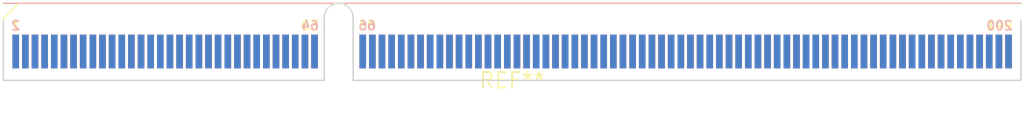
<source format=kicad_pcb>
(kicad_pcb (version 20240108) (generator pcbnew)
  (layers (0 "F.Cu" signal) (31 "B.Cu" signal) (34 "B.Paste" user) (35 "F.Paste" user) (36 "B.SilkS" user "B.Silkscreen") (37 "F.SilkS" user "F.Silkscreen") (38 "B.Mask" user) (39 "F.Mask" user) (44 "Edge.Cuts" user))
  (net 0 "")
  (footprint "Samtec_HSEC8-1100-X-X-DV_2x100_P0.8mm_Edge" (layer "F.Cu") (at 0 0)
    (property "Reference" "REF**")
    (property "Value" "Samtec_HSEC8-1100-X-X-DV_2x100_P0.8mm_Edge")
    (fp_line (start -42.225 -6.4) (end -42.225 -6.4) (layer "B.SilkS") (stroke (width 0.12)))
    (fp_line (start -42.225 -6.4) (end 42.225 -6.4) (layer "B.SilkS") (stroke (width 0.12)))
    (fp_line (start -42.225 -5.13) (end -40.955 -6.4) (layer "F.SilkS") (stroke (width 0.12)))
    (fp_line (start -40.955 -6.4) (end 42.225 -6.4) (layer "F.SilkS") (stroke (width 0.12)))
    (fp_line (start -42.225 -5) (end -42.225 0) (layer "Edge.Cuts") (stroke (width 0.12)))
    (fp_line (start -42.225 0) (end -15.595 0) (layer "Edge.Cuts") (stroke (width 0.12)))
    (fp_line (start -15.595 0) (end -15.595 -5.2) (layer "Edge.Cuts") (stroke (width 0.12)))
    (fp_line (start -13.195 -5.2) (end -13.195 0) (layer "Edge.Cuts") (stroke (width 0.12)))
    (fp_line (start -13.195 0) (end 42.225 0) (layer "Edge.Cuts") (stroke (width 0.12)))
    (fp_line (start 42.225 0) (end 42.225 -5) (layer "Edge.Cuts") (stroke (width 0.12)))
    (fp_arc (start -15.595 -5.2) (mid -14.395 -6.4) (end -13.195 -5.2) (layer "Edge.Cuts") (stroke (width 0.12)))
    (fp_text user "66" (at -12.025 -4.55 0) (layer "B.SilkS") (effects (font (size 0.75 0.75)) (justify mirror)))
    (fp_text user "200" (at 40.45 -4.55 0) (layer "B.SilkS") (effects (font (size 0.75 0.75)) (justify mirror)))
    (fp_text user "64" (at -16.775 -4.55 0) (layer "B.SilkS") (effects (font (size 0.75 0.75)) (justify mirror)))
    (fp_text user "2" (at -41.2 -4.55 0) (layer "B.SilkS") (effects (font (size 0.75 0.75)) (justify mirror)))
    (fp_text user "199" (at 40.45 -4.55 0) (layer "F.SilkS") (effects (font (size 0.75 0.75))))
    (fp_text user "65" (at -12.025 -4.55 0) (layer "F.SilkS") (effects (font (size 0.75 0.75))))
    (fp_text user "1" (at -41.2 -4.55 0) (layer "F.SilkS") (effects (font (size 0.75 0.75))))
    (fp_text user "63" (at -16.775 -4.55 0) (layer "F.SilkS") (effects (font (size 0.75 0.75))))
    (pad "1" connect rect (at -41.2 -2.4) (size 0.55 2.8) (layers "F.Cu" "F.Mask"))
    (pad "2" connect rect (at -41.2 -2.4) (size 0.55 2.8) (layers "B.Cu" "B.Mask"))
    (pad "3" connect rect (at -40.4 -2.4) (size 0.55 2.8) (layers "F.Cu" "F.Mask"))
    (pad "4" connect rect (at -40.4 -2.4) (size 0.55 2.8) (layers "B.Cu" "B.Mask"))
    (pad "5" connect rect (at -39.6 -2.4) (size 0.55 2.8) (layers "F.Cu" "F.Mask"))
    (pad "6" connect rect (at -39.6 -2.4) (size 0.55 2.8) (layers "B.Cu" "B.Mask"))
    (pad "7" connect rect (at -38.8 -2.4) (size 0.55 2.8) (layers "F.Cu" "F.Mask"))
    (pad "8" connect rect (at -38.8 -2.4) (size 0.55 2.8) (layers "B.Cu" "B.Mask"))
    (pad "9" connect rect (at -38 -2.4) (size 0.55 2.8) (layers "F.Cu" "F.Mask"))
    (pad "10" connect rect (at -38 -2.4) (size 0.55 2.8) (layers "B.Cu" "B.Mask"))
    (pad "11" connect rect (at -37.2 -2.4) (size 0.55 2.8) (layers "F.Cu" "F.Mask"))
    (pad "12" connect rect (at -37.2 -2.4) (size 0.55 2.8) (layers "B.Cu" "B.Mask"))
    (pad "13" connect rect (at -36.4 -2.4) (size 0.55 2.8) (layers "F.Cu" "F.Mask"))
    (pad "14" connect rect (at -36.4 -2.4) (size 0.55 2.8) (layers "B.Cu" "B.Mask"))
    (pad "15" connect rect (at -35.6 -2.4) (size 0.55 2.8) (layers "F.Cu" "F.Mask"))
    (pad "16" connect rect (at -35.6 -2.4) (size 0.55 2.8) (layers "B.Cu" "B.Mask"))
    (pad "17" connect rect (at -34.8 -2.4) (size 0.55 2.8) (layers "F.Cu" "F.Mask"))
    (pad "18" connect rect (at -34.8 -2.4) (size 0.55 2.8) (layers "B.Cu" "B.Mask"))
    (pad "19" connect rect (at -34 -2.4) (size 0.55 2.8) (layers "F.Cu" "F.Mask"))
    (pad "20" connect rect (at -34 -2.4) (size 0.55 2.8) (layers "B.Cu" "B.Mask"))
    (pad "21" connect rect (at -33.2 -2.4) (size 0.55 2.8) (layers "F.Cu" "F.Mask"))
    (pad "22" connect rect (at -33.2 -2.4) (size 0.55 2.8) (layers "B.Cu" "B.Mask"))
    (pad "23" connect rect (at -32.4 -2.4) (size 0.55 2.8) (layers "F.Cu" "F.Mask"))
    (pad "24" connect rect (at -32.4 -2.4) (size 0.55 2.8) (layers "B.Cu" "B.Mask"))
    (pad "25" connect rect (at -31.6 -2.4) (size 0.55 2.8) (layers "F.Cu" "F.Mask"))
    (pad "26" connect rect (at -31.6 -2.4) (size 0.55 2.8) (layers "B.Cu" "B.Mask"))
    (pad "27" connect rect (at -30.8 -2.4) (size 0.55 2.8) (layers "F.Cu" "F.Mask"))
    (pad "28" connect rect (at -30.8 -2.4) (size 0.55 2.8) (layers "B.Cu" "B.Mask"))
    (pad "29" connect rect (at -30 -2.4) (size 0.55 2.8) (layers "F.Cu" "F.Mask"))
    (pad "30" connect rect (at -30 -2.4) (size 0.55 2.8) (layers "B.Cu" "B.Mask"))
    (pad "31" connect rect (at -29.2 -2.4) (size 0.55 2.8) (layers "F.Cu" "F.Mask"))
    (pad "32" connect rect (at -29.2 -2.4) (size 0.55 2.8) (layers "B.Cu" "B.Mask"))
    (pad "33" connect rect (at -28.4 -2.4) (size 0.55 2.8) (layers "F.Cu" "F.Mask"))
    (pad "34" connect rect (at -28.4 -2.4) (size 0.55 2.8) (layers "B.Cu" "B.Mask"))
    (pad "35" connect rect (at -27.6 -2.4) (size 0.55 2.8) (layers "F.Cu" "F.Mask"))
    (pad "36" connect rect (at -27.6 -2.4) (size 0.55 2.8) (layers "B.Cu" "B.Mask"))
    (pad "37" connect rect (at -26.8 -2.4) (size 0.55 2.8) (layers "F.Cu" "F.Mask"))
    (pad "38" connect rect (at -26.8 -2.4) (size 0.55 2.8) (layers "B.Cu" "B.Mask"))
    (pad "39" connect rect (at -26 -2.4) (size 0.55 2.8) (layers "F.Cu" "F.Mask"))
    (pad "40" connect rect (at -26 -2.4) (size 0.55 2.8) (layers "B.Cu" "B.Mask"))
    (pad "41" connect rect (at -25.2 -2.4) (size 0.55 2.8) (layers "F.Cu" "F.Mask"))
    (pad "42" connect rect (at -25.2 -2.4) (size 0.55 2.8) (layers "B.Cu" "B.Mask"))
    (pad "43" connect rect (at -24.4 -2.4) (size 0.55 2.8) (layers "F.Cu" "F.Mask"))
    (pad "44" connect rect (at -24.4 -2.4) (size 0.55 2.8) (layers "B.Cu" "B.Mask"))
    (pad "45" connect rect (at -23.6 -2.4) (size 0.55 2.8) (layers "F.Cu" "F.Mask"))
    (pad "46" connect rect (at -23.6 -2.4) (size 0.55 2.8) (layers "B.Cu" "B.Mask"))
    (pad "47" connect rect (at -22.8 -2.4) (size 0.55 2.8) (layers "F.Cu" "F.Mask"))
    (pad "48" connect rect (at -22.8 -2.4) (size 0.55 2.8) (layers "B.Cu" "B.Mask"))
    (pad "49" connect rect (at -22 -2.4) (size 0.55 2.8) (layers "F.Cu" "F.Mask"))
    (pad "50" connect rect (at -22 -2.4) (size 0.55 2.8) (layers "B.Cu" "B.Mask"))
    (pad "51" connect rect (at -21.2 -2.4) (size 0.55 2.8) (layers "F.Cu" "F.Mask"))
    (pad "52" connect rect (at -21.2 -2.4) (size 0.55 2.8) (layers "B.Cu" "B.Mask"))
    (pad "53" connect rect (at -20.4 -2.4) (size 0.55 2.8) (layers "F.Cu" "F.Mask"))
    (pad "54" connect rect (at -20.4 -2.4) (size 0.55 2.8) (layers "B.Cu" "B.Mask"))
    (pad "55" connect rect (at -19.6 -2.4) (size 0.55 2.8) (layers "F.Cu" "F.Mask"))
    (pad "56" connect rect (at -19.6 -2.4) (size 0.55 2.8) (layers "B.Cu" "B.Mask"))
    (pad "57" connect rect (at -18.8 -2.4) (size 0.55 2.8) (layers "F.Cu" "F.Mask"))
    (pad "58" connect rect (at -18.8 -2.4) (size 0.55 2.8) (layers "B.Cu" "B.Mask"))
    (pad "59" connect rect (at -18 -2.4) (size 0.55 2.8) (layers "F.Cu" "F.Mask"))
    (pad "60" connect rect (at -18 -2.4) (size 0.55 2.8) (layers "B.Cu" "B.Mask"))
    (pad "61" connect rect (at -17.2 -2.4) (size 0.55 2.8) (layers "F.Cu" "F.Mask"))
    (pad "62" connect rect (at -17.2 -2.4) (size 0.55 2.8) (layers "B.Cu" "B.Mask"))
    (pad "63" connect rect (at -16.4 -2.4) (size 0.55 2.8) (layers "F.Cu" "F.Mask"))
    (pad "64" connect rect (at -16.4 -2.4) (size 0.55 2.8) (layers "B.Cu" "B.Mask"))
    (pad "65" connect rect (at -12.4 -2.4) (size 0.55 2.8) (layers "F.Cu" "F.Mask"))
    (pad "66" connect rect (at -12.4 -2.4) (size 0.55 2.8) (layers "B.Cu" "B.Mask"))
    (pad "67" connect rect (at -11.6 -2.4) (size 0.55 2.8) (layers "F.Cu" "F.Mask"))
    (pad "68" connect rect (at -11.6 -2.4) (size 0.55 2.8) (layers "B.Cu" "B.Mask"))
    (pad "69" connect rect (at -10.8 -2.4) (size 0.55 2.8) (layers "F.Cu" "F.Mask"))
    (pad "70" connect rect (at -10.8 -2.4) (size 0.55 2.8) (layers "B.Cu" "B.Mask"))
    (pad "71" connect rect (at -10 -2.4) (size 0.55 2.8) (layers "F.Cu" "F.Mask"))
    (pad "72" connect rect (at -10 -2.4) (size 0.55 2.8) (layers "B.Cu" "B.Mask"))
    (pad "73" connect rect (at -9.2 -2.4) (size 0.55 2.8) (layers "F.Cu" "F.Mask"))
    (pad "74" connect rect (at -9.2 -2.4) (size 0.55 2.8) (layers "B.Cu" "B.Mask"))
    (pad "75" connect rect (at -8.4 -2.4) (size 0.55 2.8) (layers "F.Cu" "F.Mask"))
    (pad "76" connect rect (at -8.4 -2.4) (size 0.55 2.8) (layers "B.Cu" "B.Mask"))
    (pad "77" connect rect (at -7.6 -2.4) (size 0.55 2.8) (layers "F.Cu" "F.Mask"))
    (pad "78" connect rect (at -7.6 -2.4) (size 0.55 2.8) (layers "B.Cu" "B.Mask"))
    (pad "79" connect rect (at -6.8 -2.4) (size 0.55 2.8) (layers "F.Cu" "F.Mask"))
    (pad "80" connect rect (at -6.8 -2.4) (size 0.55 2.8) (layers "B.Cu" "B.Mask"))
    (pad "81" connect rect (at -6 -2.4) (size 0.55 2.8) (layers "F.Cu" "F.Mask"))
    (pad "82" connect rect (at -6 -2.4) (size 0.55 2.8) (layers "B.Cu" "B.Mask"))
    (pad "83" connect rect (at -5.2 -2.4) (size 0.55 2.8) (layers "F.Cu" "F.Mask"))
    (pad "84" connect rect (at -5.2 -2.4) (size 0.55 2.8) (layers "B.Cu" "B.Mask"))
    (pad "85" connect rect (at -4.4 -2.4) (size 0.55 2.8) (layers "F.Cu" "F.Mask"))
    (pad "86" connect rect (at -4.4 -2.4) (size 0.55 2.8) (layers "B.Cu" "B.Mask"))
    (pad "87" connect rect (at -3.6 -2.4) (size 0.55 2.8) (layers "F.Cu" "F.Mask"))
    (pad "88" connect rect (at -3.6 -2.4) (size 0.55 2.8) (layers "B.Cu" "B.Mask"))
    (pad "89" connect rect (at -2.8 -2.4) (size 0.55 2.8) (layers "F.Cu" "F.Mask"))
    (pad "90" connect rect (at -2.8 -2.4) (size 0.55 2.8) (layers "B.Cu" "B.Mask"))
    (pad "91" connect rect (at -2 -2.4) (size 0.55 2.8) (layers "F.Cu" "F.Mask"))
    (pad "92" connect rect (at -2 -2.4) (size 0.55 2.8) (layers "B.Cu" "B.Mask"))
    (pad "93" connect rect (at -1.2 -2.4) (size 0.55 2.8) (layers "F.Cu" "F.Mask"))
    (pad "94" connect rect (at -1.2 -2.4) (size 0.55 2.8) (layers "B.Cu" "B.Mask"))
    (pad "95" connect rect (at -0.4 -2.4) (size 0.55 2.8) (layers "F.Cu" "F.Mask"))
    (pad "96" connect rect (at -0.4 -2.4) (size 0.55 2.8) (layers "B.Cu" "B.Mask"))
    (pad "97" connect rect (at 0.4 -2.4) (size 0.55 2.8) (layers "F.Cu" "F.Mask"))
    (pad "98" connect rect (at 0.4 -2.4) (size 0.55 2.8) (layers "B.Cu" "B.Mask"))
    (pad "99" connect rect (at 1.2 -2.4) (size 0.55 2.8) (layers "F.Cu" "F.Mask"))
    (pad "100" connect rect (at 1.2 -2.4) (size 0.55 2.8) (layers "B.Cu" "B.Mask"))
    (pad "101" connect rect (at 2 -2.4) (size 0.55 2.8) (layers "F.Cu" "F.Mask"))
    (pad "102" connect rect (at 2 -2.4) (size 0.55 2.8) (layers "B.Cu" "B.Mask"))
    (pad "103" connect rect (at 2.8 -2.4) (size 0.55 2.8) (layers "F.Cu" "F.Mask"))
    (pad "104" connect rect (at 2.8 -2.4) (size 0.55 2.8) (layers "B.Cu" "B.Mask"))
    (pad "105" connect rect (at 3.6 -2.4) (size 0.55 2.8) (layers "F.Cu" "F.Mask"))
    (pad "106" connect rect (at 3.6 -2.4) (size 0.55 2.8) (layers "B.Cu" "B.Mask"))
    (pad "107" connect rect (at 4.4 -2.4) (size 0.55 2.8) (layers "F.Cu" "F.Mask"))
    (pad "108" connect rect (at 4.4 -2.4) (size 0.55 2.8) (layers "B.Cu" "B.Mask"))
    (pad "109" connect rect (at 5.2 -2.4) (size 0.55 2.8) (layers "F.Cu" "F.Mask"))
    (pad "110" connect rect (at 5.2 -2.4) (size 0.55 2.8) (layers "B.Cu" "B.Mask"))
    (pad "111" connect rect (at 6 -2.4) (size 0.55 2.8) (layers "F.Cu" "F.Mask"))
    (pad "112" connect rect (at 6 -2.4) (size 0.55 2.8) (layers "B.Cu" "B.Mask"))
    (pad "113" connect rect (at 6.8 -2.4) (size 0.55 2.8) (layers "F.Cu" "F.Mask"))
    (pad "114" connect rect (at 6.8 -2.4) (size 0.55 2.8) (layers "B.Cu" "B.Mask"))
    (pad "115" connect rect (at 7.6 -2.4) (size 0.55 2.8) (layers "F.Cu" "F.Mask"))
    (pad "116" connect rect (at 7.6 -2.4) (size 0.55 2.8) (layers "B.Cu" "B.Mask"))
    (pad "117" connect rect (at 8.4 -2.4) (size 0.55 2.8) (layers "F.Cu" "F.Mask"))
    (pad "118" connect rect (at 8.4 -2.4) (size 0.55 2.8) (layers "B.Cu" "B.Mask"))
    (pad "119" connect rect (at 9.2 -2.4) (size 0.55 2.8) (layers "F.Cu" "F.Mask"))
    (pad "120" connect rect (at 9.2 -2.4) (size 0.55 2.8) (layers "B.Cu" "B.Mask"))
    (pad "121" connect rect (at 10 -2.4) (size 0.55 2.8) (layers "F.Cu" "F.Mask"))
    (pad "122" connect rect (at 10 -2.4) (size 0.55 2.8) (layers "B.Cu" "B.Mask"))
    (pad "123" connect rect (at 10.8 -2.4) (size 0.55 2.8) (layers "F.Cu" "F.Mask"))
    (pad "124" connect rect (at 10.8 -2.4) (size 0.55 2.8) (layers "B.Cu" "B.Mask"))
    (pad "125" connect rect (at 11.6 -2.4) (size 0.55 2.8) (layers "F.Cu" "F.Mask"))
    (pad "126" connect rect (at 11.6 -2.4) (size 0.55 2.8) (layers "B.Cu" "B.Mask"))
    (pad "127" connect rect (at 12.4 -2.4) (size 0.55 2.8) (layers "F.Cu" "F.Mask"))
    (pad "128" connect rect (at 12.4 -2.4) (size 0.55 2.8) (layers "B.Cu" "B.Mask"))
    (pad "129" connect rect (at 13.2 -2.4) (size 0.55 2.8) (layers "F.Cu" "F.Mask"))
    (pad "130" connect rect (at 13.2 -2.4) (size 0.55 2.8) (layers "B.Cu" "B.Mask"))
    (pad "131" connect rect (at 14 -2.4) (size 0.55 2.8) (layers "F.Cu" "F.Mask"))
    (pad "132" connect rect (at 14 -2.4) (size 0.55 2.8) (layers "B.Cu" "B.Mask"))
    (pad "133" connect rect (at 14.8 -2.4) (size 0.55 2.8) (layers "F.Cu" "F.Mask"))
    (pad "134" connect rect (at 14.8 -2.4) (size 0.55 2.8) (layers "B.Cu" "B.Mask"))
    (pad "135" connect rect (at 15.6 -2.4) (size 0.55 2.8) (layers "F.Cu" "F.Mask"))
    (pad "136" connect rect (at 15.6 -2.4) (size 0.55 2.8) (layers "B.Cu" "B.Mask"))
    (pad "137" connect rect (at 16.4 -2.4) (size 0.55 2.8) (layers "F.Cu" "F.Mask"))
    (pad "138" connect rect (at 16.4 -2.4) (size 0.55 2.8) (layers "B.Cu" "B.Mask"))
    (pad "139" connect rect (at 17.2 -2.4) (size 0.55 2.8) (layers "F.Cu" "F.Mask"))
    (pad "140" connect rect (at 17.2 -2.4) (size 0.55 2.8) (layers "B.Cu" "B.Mask"))
    (pad "141" connect rect (at 18 -2.4) (size 0.55 2.8) (layers "F.Cu" "F.Mask"))
    (pad "142" connect rect (at 18 -2.4) (size 0.55 2.8) (layers "B.Cu" "B.Mask"))
    (pad "143" connect rect (at 18.8 -2.4) (size 0.55 2.8) (layers "F.Cu" "F.Mask"))
    (pad "144" connect rect (at 18.8 -2.4) (size 0.55 2.8) (layers "B.Cu" "B.Mask"))
    (pad "145" connect rect (at 19.6 -2.4) (size 0.55 2.8) (layers "F.Cu" "F.Mask"))
    (pad "146" connect rect (at 19.6 -2.4) (size 0.55 2.8) (layers "B.Cu" "B.Mask"))
    (pad "147" connect rect (at 20.4 -2.4) (size 0.55 2.8) (layers "F.Cu" "F.Mask"))
    (pad "148" connect rect (at 20.4 -2.4) (size 0.55 2.8) (layers "B.Cu" "B.Mask"))
    (pad "149" connect rect (at 21.2 -2.4) (size 0.55 2.8) (layers "F.Cu" "F.Mask"))
    (pad "150" connect rect (at 21.2 -2.4) (size 0.55 2.8) (layers "B.Cu" "B.Mask"))
    (pad "151" connect rect (at 22 -2.4) (size 0.55 2.8) (layers "F.Cu" "F.Mask"))
    (pad "152" connect rect (at 22 -2.4) (size 0.55 2.8) (layers "B.Cu" "B.Mask"))
    (pad "153" connect rect (at 22.8 -2.4) (size 0.55 2.8) (layers "F.Cu" "F.Mask"))
    (pad "154" connect rect (at 22.8 -2.4) (size 0.55 2.8) (layers "B.Cu" "B.Mask"))
    (pad "155" connect rect (at 23.6 -2.4) (size 0.55 2.8) (layers "F.Cu" "F.Mask"))
    (pad "156" connect rect (at 23.6 -2.4) (size 0.55 2.8) (layers "B.Cu" "B.Mask"))
    (pad "157" connect rect (at 24.4 -2.4) (size 0.55 2.8) (layers "F.Cu" "F.Mask"))
    (pad "158" connect rect (at 24.4 -2.4) (size 0.55 2.8) (layers "B.Cu" "B.Mask"))
    (pad "159" connect rect (at 25.2 -2.4) (size 0.55 2.8) (layers "F.Cu" "F.Mask"))
    (pad "160" connect rect (at 25.2 -2.4) (size 0.55 2.8) (layers "B.Cu" "B.Mask"))
    (pad "161" connect rect (at 26 -2.4) (size 0.55 2.8) (layers "F.Cu" "F.Mask"))
    (pad "162" connect rect (at 26 -2.4) (size 0.55 2.8) (layers "B.Cu" "B.Mask"))
    (pad "163" connect rect (at 26.8 -2.4) (size 0.55 2.8) (layers "F.Cu" "F.Mask"))
    (pad "164" connect rect (at 26.8 -2.4) (size 0.55 2.8) (layers "B.Cu" "B.Mask"))
    (pad "165" connect rect (at 27.6 -2.4) (size 0.55 2.8) (layers "F.Cu" "F.Mask"))
    (pad "166" connect rect (at 27.6 -2.4) (size 0.55 2.8) (layers "B.Cu" "B.Mask"))
    (pad "167" connect rect (at 28.4 -2.4) (size 0.55 2.8) (layers "F.Cu" "F.Mask"))
    (pad "168" connect rect (at 28.4 -2.4) (size 0.55 2.8) (layers "B.Cu" "B.Mask"))
    (pad "169" connect rect (at 29.2 -2.4) (size 0.55 2.8) (layers "F.Cu" "F.Mask"))
    (pad "170" connect rect (at 29.2 -2.4) (size 0.55 2.8) (layers "B.Cu" "B.Mask"))
    (pad "171" connect rect (at 30 -2.4) (size 0.55 2.8) (layers "F.Cu" "F.Mask"))
    (pad "172" connect rect (at 30 -2.4) (size 0.55 2.8) (layers "B.Cu" "B.Mask"))
    (pad "173" connect rect (at 30.8 -2.4) (size 0.55 2.8) (layers "F.Cu" "F.Mask"))
    (pad "174" connect rect (at 30.8 -2.4) (size 0.55 2.8) (layers "B.Cu" "B.Mask"))
    (pad "175" connect rect (at 31.6 -2.4) (size 0.55 2.8) (layers "F.Cu" "F.Mask"))
    (pad "176" connect rect (at 31.6 -2.4) (size 0.55 2.8) (layers "B.Cu" "B.Mask"))
    (pad "177" connect rect (at 32.4 -2.4) (size 0.55 2.8) (layers "F.Cu" "F.Mask"))
    (pad "178" connect rect (at 32.4 -2.4) (size 0.55 2.8) (layers "B.Cu" "B.Mask"))
    (pad "179" connect rect (at 33.2 -2.4) (size 0.55 2.8) (layers "F.Cu" "F.Mask"))
    (pad "180" connect rect (at 33.2 -2.4) (size 0.55 2.8) (layers "B.Cu" "B.Mask"))
    (pad "181" connect rect (at 34 -2.4) (size 0.55 2.8) (layers "F.Cu" "F.Mask"))
    (pad "182" connect rect (at 34 -2.4) (size 0.55 2.8) (layers "B.Cu" "B.Mask"))
    (pad "183" connect rect (at 34.8 -2.4) (size 0.55 2.8) (layers "F.Cu" "F.Mask"))
    (pad "184" connect rect (at 34.8 -2.4) (size 0.55 2.8) (layers "B.Cu" "B.Mask"))
    (pad "185" connect rect (at 35.6 -2.4) (size 0.55 2.8) (layers "F.Cu" "F.Mask"))
    (pad "186" connect rect (at 35.6 -2.4) (size 0.55 2.8) (layers "B.Cu" "B.Mask"))
    (pad "187" connect rect (at 36.4 -2.4) (size 0.55 2.8) (layers "F.Cu" "F.Mask"))
    (pad "188" connect rect (at 36.4 -2.4) (size 0.55 2.8) (layers "B.Cu" "B.Mask"))
    (pad "189" connect rect (at 37.2 -2.4) (size 0.55 2.8) (layers "F.Cu" "F.Mask"))
    (pad "190" connect rect (at 37.2 -2.4) (size 0.55 2.8) (layers "B.Cu" "B.Mask"))
    (pad "191" connect rect (at 38 -2.4) (size 0.55 2.8) (layers "F.Cu" "F.Mask"))
    (pad "192" connect rect (at 38 -2.4) (size 0.55 2.8) (layers "B.Cu" "B.Mask"))
    (pad "193" connect rect (at 38.8 -2.4) (size 0.55 2.8) (layers "F.Cu" "F.Mask"))
    (pad "194" connect rect (at 38.8 -2.4) (size 0.55 2.8) (layers "B.Cu" "B.Mask"))
    (pad "195" connect rect (at 39.6 -2.4) (size 0.55 2.8) (layers "F.Cu" "F.Mask"))
    (pad "196" connect rect (at 39.6 -2.4) (size 0.55 2.8) (layers "B.Cu" "B.Mask"))
    (pad "197" connect rect (at 40.4 -2.4) (size 0.55 2.8) (layers "F.Cu" "F.Mask"))
    (pad "198" connect rect (at 40.4 -2.4) (size 0.55 2.8) (layers "B.Cu" "B.Mask"))
    (pad "199" connect rect (at 41.2 -2.4) (size 0.55 2.8) (layers "F.Cu" "F.Mask"))
    (pad "200" connect rect (at 41.2 -2.4) (size 0.55 2.8) (layers "B.Cu" "B.Mask"))
  )
)
</source>
